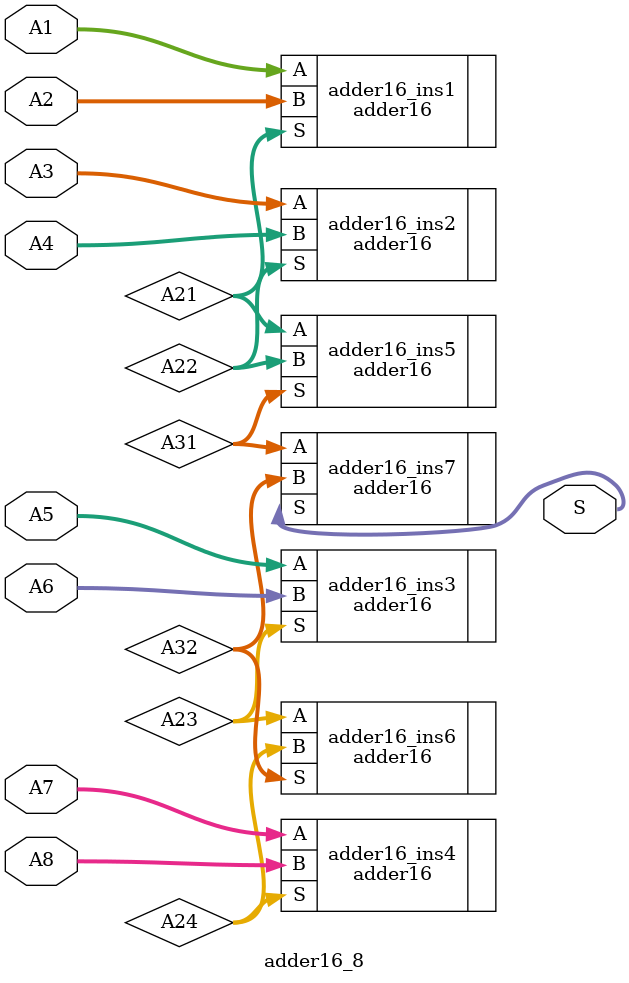
<source format=v>

module	adder16_8(
					A1,
					A2,
					A3,
					A4,
					A5,
					A6,
					A7,
					A8,
					S
					);
input	[15:0]	A1;
input	[15:0]	A2;
input	[15:0]	A3;
input	[15:0]	A4;
input	[15:0]	A5;
input	[15:0]	A6;
input	[15:0]	A7;
input	[15:0]	A8;
output	[15:0]	S;

wire	[15:0]	A21;
wire	[15:0]	A22;
wire	[15:0]	A23;
wire	[15:0]	A24;
wire	[15:0]	A31;
wire	[15:0]	A32;
//step1
adder16		adder16_ins1(.A(A1),.B(A2),.S(A21));
adder16		adder16_ins2(.A(A3),.B(A4),.S(A22));
adder16		adder16_ins3(.A(A5),.B(A6),.S(A23));
adder16		adder16_ins4(.A(A7),.B(A8),.S(A24));

//step2
adder16		adder16_ins5(.A(A21),.B(A22),.S(A31));
adder16		adder16_ins6(.A(A23),.B(A24),.S(A32));
//step3
adder16		adder16_ins7(.A(A31),.B(A32),.S(S));

endmodule

</source>
